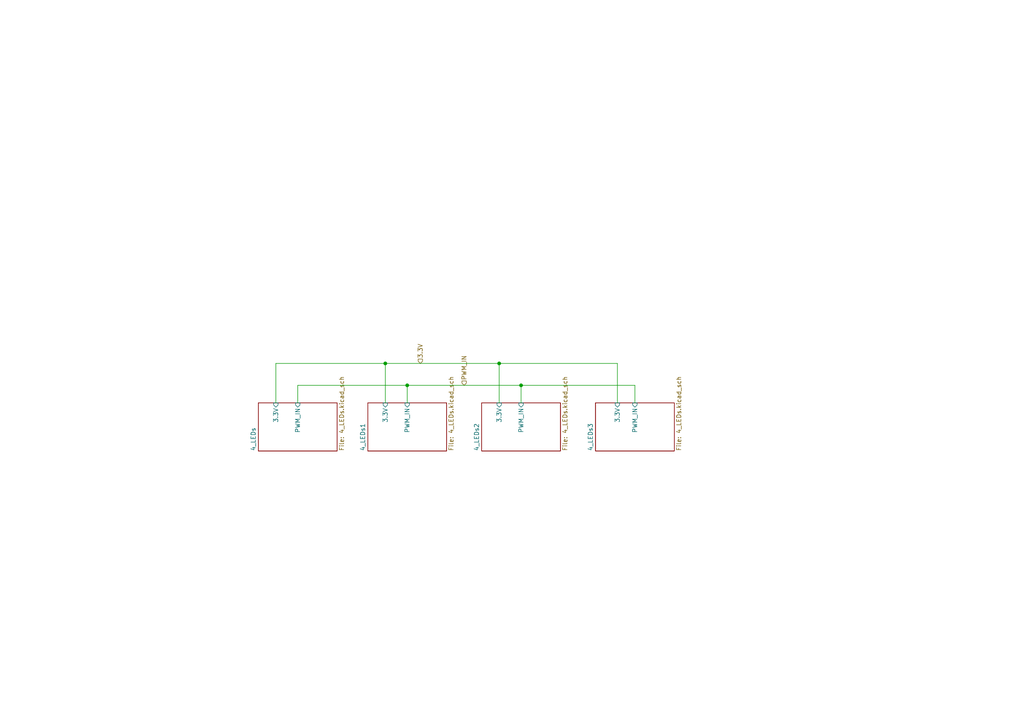
<source format=kicad_sch>
(kicad_sch (version 20230121) (generator eeschema)
  (paper "A4")
  (lib_symbols)
  (junction (at 111.76 105.41))
  (junction (at 151.13 111.76))
  (junction (at 118.11 111.76))
  (junction (at 144.78 105.41))
  (wire (pts (xy 86.36 111.76) (xy 86.36 116.84)))
  (wire (pts (xy 179.07 105.41) (xy 144.78 105.41)))
  (wire (pts (xy 144.78 116.84) (xy 144.78 105.41)))
  (wire (pts (xy 111.76 105.41) (xy 144.78 105.41)))
  (wire (pts (xy 179.07 116.84) (xy 179.07 105.41)))
  (wire (pts (xy 184.15 116.84) (xy 184.15 111.76)))
  (wire (pts (xy 151.13 111.76) (xy 184.15 111.76)))
  (wire (pts (xy 118.11 116.84) (xy 118.11 111.76)))
  (wire (pts (xy 111.76 105.41) (xy 111.76 116.84)))
  (wire (pts (xy 111.76 105.41) (xy 80.01 105.41)))
  (wire (pts (xy 80.01 105.41) (xy 80.01 116.84)))
  (wire (pts (xy 151.13 111.76) (xy 151.13 116.84)))
  (wire (pts (xy 118.11 111.76) (xy 151.13 111.76)))
  (wire (pts (xy 86.36 111.76) (xy 118.11 111.76)))
  (hierarchical_label "PWM_IN" (shape input) (at 134.62 111.76 90))
  (hierarchical_label "3.3V" (shape input) (at 121.92 105.41 90))
  (sheet (at 74.93 116.84) (size 22.86 13.97) (stroke (width 0.1524))
    (property "Sheetname" "4_LEDs" (at 74.2184 130.81 90) (effects (justify left bottom)))
    (property "Sheetfile" "4_LEDs.kicad_sch" (at 98.3746 130.81 90) (effects (justify left top)))
    (pin "PWM_IN" input (at 86.36 116.84 90))
    (pin "3.3V" input (at 80.01 116.84 90))
  )
  (sheet (at 106.68 116.84) (size 22.86 13.97) (stroke (width 0.1524))
    (property "Sheetname" "4_LEDs1" (at 105.9684 130.81 90) (effects (justify left bottom)))
    (property "Sheetfile" "4_LEDs.kicad_sch" (at 130.1246 130.81 90) (effects (justify left top)))
    (pin "PWM_IN" input (at 118.11 116.84 90))
    (pin "3.3V" input (at 111.76 116.84 90))
  )
  (sheet (at 139.7 116.84) (size 22.86 13.97) (stroke (width 0.1524))
    (property "Sheetname" "4_LEDs2" (at 138.9884 130.81 90) (effects (justify left bottom)))
    (property "Sheetfile" "4_LEDs.kicad_sch" (at 163.1446 130.81 90) (effects (justify left top)))
    (pin "PWM_IN" input (at 151.13 116.84 90))
    (pin "3.3V" input (at 144.78 116.84 90))
  )
  (sheet (at 172.72 116.84) (size 22.86 13.97) (stroke (width 0.1524))
    (property "Sheetname" "4_LEDs3" (at 172.0084 130.81 90) (effects (justify left bottom)))
    (property "Sheetfile" "4_LEDs.kicad_sch" (at 196.1646 130.81 90) (effects (justify left top)))
    (pin "PWM_IN" input (at 184.15 116.84 90))
    (pin "3.3V" input (at 179.07 116.84 90))
  )
)
</source>
